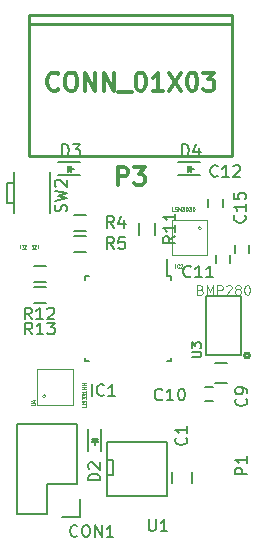
<source format=gto>
G04 #@! TF.FileFunction,Legend,Top*
%FSLAX46Y46*%
G04 Gerber Fmt 4.6, Leading zero omitted, Abs format (unit mm)*
G04 Created by KiCad (PCBNEW 4.0.1-stable) date Monday, February 15, 2016 'PMt' 09:43:10 PM*
%MOMM*%
G01*
G04 APERTURE LIST*
%ADD10C,0.100000*%
%ADD11C,0.150000*%
%ADD12C,0.254000*%
%ADD13C,0.250000*%
%ADD14C,0.050000*%
%ADD15C,0.304800*%
%ADD16C,0.066040*%
G04 APERTURE END LIST*
D10*
D11*
X124460000Y-94234000D02*
X129540000Y-94234000D01*
X129540000Y-94234000D02*
X129540000Y-98806000D01*
X129540000Y-98806000D02*
X124460000Y-98806000D01*
X124460000Y-98806000D02*
X124460000Y-94234000D01*
X124460000Y-95758000D02*
X124968000Y-95758000D01*
X124968000Y-95758000D02*
X124968000Y-97028000D01*
X124968000Y-97028000D02*
X124460000Y-97028000D01*
X129863000Y-80195000D02*
X129538000Y-80195000D01*
X129863000Y-87445000D02*
X129538000Y-87445000D01*
X122613000Y-87445000D02*
X122938000Y-87445000D01*
X122613000Y-80195000D02*
X122938000Y-80195000D01*
X129863000Y-80195000D02*
X129863000Y-80520000D01*
X122613000Y-80195000D02*
X122613000Y-80520000D01*
X122613000Y-87445000D02*
X122613000Y-87120000D01*
X129863000Y-87445000D02*
X129863000Y-87120000D01*
X129538000Y-80195000D02*
X129538000Y-78770000D01*
D12*
X135092440Y-58072020D02*
X117891560Y-58072020D01*
X117891560Y-58872120D02*
X135092440Y-58872120D01*
X117891560Y-70070980D02*
X135092440Y-70070980D01*
X117891560Y-70070980D02*
X117891560Y-58072020D01*
X135092440Y-70070980D02*
X135092440Y-58072020D01*
D11*
X121674000Y-75017000D02*
X122674000Y-75017000D01*
X122674000Y-76367000D02*
X121674000Y-76367000D01*
X121674000Y-76795000D02*
X122674000Y-76795000D01*
X122674000Y-78145000D02*
X121674000Y-78145000D01*
X135823000Y-86940000D02*
X135823000Y-81940000D01*
X135823000Y-81940000D02*
X132823000Y-81940000D01*
X132823000Y-81940000D02*
X132823000Y-86940000D01*
X132823000Y-86940000D02*
X135823000Y-86940000D01*
D13*
X136535132Y-86940000D02*
G75*
G03X136535132Y-86940000I-212132J0D01*
G01*
D11*
X116560000Y-74002000D02*
X116010000Y-74002000D01*
X116010000Y-74002000D02*
X116010000Y-72302000D01*
X116010000Y-72302000D02*
X116560000Y-72302000D01*
X119660000Y-71402000D02*
X119660000Y-74902000D01*
X116560000Y-74902000D02*
X116560000Y-71402000D01*
D14*
X119319921Y-90398500D02*
G75*
G03X119319921Y-90398500I-141421J0D01*
G01*
X118578500Y-91098500D02*
X118578500Y-88098500D01*
X118578500Y-88098500D02*
X121578500Y-88098500D01*
X121578500Y-88098500D02*
X121578500Y-91098500D01*
X121578500Y-91098500D02*
X118578500Y-91098500D01*
D10*
X118126000Y-77894000D02*
X118426000Y-77894000D01*
X117276000Y-77884000D02*
X117576000Y-77884000D01*
X118126000Y-77574000D02*
X118426000Y-77574000D01*
X118276000Y-77894000D02*
X118126000Y-77574000D01*
X118276000Y-77894000D02*
X118426000Y-77574000D01*
X117276000Y-77564000D02*
X117576000Y-77564000D01*
X117426000Y-77874000D02*
X117276000Y-77564000D01*
X117576000Y-77564000D02*
X117426000Y-77884000D01*
X117106000Y-77874000D02*
X117106000Y-77574000D01*
X118606000Y-77874000D02*
X118606000Y-77574000D01*
D11*
X127214000Y-76700000D02*
X127214000Y-75700000D01*
X128564000Y-75700000D02*
X128564000Y-76700000D01*
X119288000Y-80685000D02*
X118288000Y-80685000D01*
X118288000Y-79335000D02*
X119288000Y-79335000D01*
X119288000Y-82463000D02*
X118288000Y-82463000D01*
X118288000Y-81113000D02*
X119288000Y-81113000D01*
X122894000Y-93146700D02*
X122894000Y-95046700D01*
X123994000Y-93146700D02*
X123994000Y-95046700D01*
X123444000Y-94046700D02*
X123444000Y-94496700D01*
X123694000Y-93996700D02*
X123194000Y-93996700D01*
X123444000Y-93996700D02*
X123694000Y-94246700D01*
X123694000Y-94246700D02*
X123194000Y-94246700D01*
X123194000Y-94246700D02*
X123444000Y-93996700D01*
X121920000Y-97790000D02*
X121920000Y-92710000D01*
X122200000Y-100610000D02*
X120650000Y-100610000D01*
X119380000Y-100330000D02*
X119380000Y-97790000D01*
X119380000Y-97790000D02*
X121920000Y-97790000D01*
X121920000Y-92710000D02*
X116840000Y-92710000D01*
X116840000Y-92710000D02*
X116840000Y-97790000D01*
X122200000Y-100610000D02*
X122200000Y-99060000D01*
X116840000Y-100330000D02*
X119380000Y-100330000D01*
X116840000Y-97790000D02*
X116840000Y-100330000D01*
X134632000Y-87542000D02*
X133632000Y-87542000D01*
X133632000Y-89242000D02*
X134632000Y-89242000D01*
X132746000Y-89570000D02*
X133446000Y-89570000D01*
X133446000Y-90770000D02*
X132746000Y-90770000D01*
X134902500Y-78448500D02*
X134902500Y-79148500D01*
X133702500Y-79148500D02*
X133702500Y-78448500D01*
X134267500Y-73691000D02*
X134267500Y-74391000D01*
X133067500Y-74391000D02*
X133067500Y-73691000D01*
X135290000Y-78264500D02*
X135290000Y-77564500D01*
X136490000Y-77564500D02*
X136490000Y-78264500D01*
D14*
X132486421Y-76162000D02*
G75*
G03X132486421Y-76162000I-141421J0D01*
G01*
X132945000Y-75462000D02*
X132945000Y-78462000D01*
X132945000Y-78462000D02*
X129945000Y-78462000D01*
X129945000Y-78462000D02*
X129945000Y-75462000D01*
X129945000Y-75462000D02*
X132945000Y-75462000D01*
D11*
X129960000Y-96762000D02*
X129960000Y-97762000D01*
X131660000Y-97762000D02*
X131660000Y-96762000D01*
X120324700Y-71670000D02*
X122224700Y-71670000D01*
X120324700Y-70570000D02*
X122224700Y-70570000D01*
X121224700Y-71120000D02*
X121674700Y-71120000D01*
X121174700Y-70870000D02*
X121174700Y-71370000D01*
X121174700Y-71120000D02*
X121424700Y-70870000D01*
X121424700Y-70870000D02*
X121424700Y-71370000D01*
X121424700Y-71370000D02*
X121174700Y-71120000D01*
X130484700Y-71670000D02*
X132384700Y-71670000D01*
X130484700Y-70570000D02*
X132384700Y-70570000D01*
X131384700Y-71120000D02*
X131834700Y-71120000D01*
X131334700Y-70870000D02*
X131334700Y-71370000D01*
X131334700Y-71120000D02*
X131584700Y-70870000D01*
X131584700Y-70870000D02*
X131584700Y-71370000D01*
X131584700Y-71370000D02*
X131334700Y-71120000D01*
X136342381Y-97004095D02*
X135342381Y-97004095D01*
X135342381Y-96623142D01*
X135390000Y-96527904D01*
X135437619Y-96480285D01*
X135532857Y-96432666D01*
X135675714Y-96432666D01*
X135770952Y-96480285D01*
X135818571Y-96527904D01*
X135866190Y-96623142D01*
X135866190Y-97004095D01*
X136342381Y-95480285D02*
X136342381Y-96051714D01*
X136342381Y-95766000D02*
X135342381Y-95766000D01*
X135485238Y-95861238D01*
X135580476Y-95956476D01*
X135628095Y-96051714D01*
X128016095Y-100798381D02*
X128016095Y-101607905D01*
X128063714Y-101703143D01*
X128111333Y-101750762D01*
X128206571Y-101798381D01*
X128397048Y-101798381D01*
X128492286Y-101750762D01*
X128539905Y-101703143D01*
X128587524Y-101607905D01*
X128587524Y-100798381D01*
X129587524Y-101798381D02*
X129016095Y-101798381D01*
X129301809Y-101798381D02*
X129301809Y-100798381D01*
X129206571Y-100941238D01*
X129111333Y-101036476D01*
X129016095Y-101084095D01*
X123166310Y-90368381D02*
X123166310Y-89368381D01*
X124213929Y-90273143D02*
X124166310Y-90320762D01*
X124023453Y-90368381D01*
X123928215Y-90368381D01*
X123785357Y-90320762D01*
X123690119Y-90225524D01*
X123642500Y-90130286D01*
X123594881Y-89939810D01*
X123594881Y-89796952D01*
X123642500Y-89606476D01*
X123690119Y-89511238D01*
X123785357Y-89416000D01*
X123928215Y-89368381D01*
X124023453Y-89368381D01*
X124166310Y-89416000D01*
X124213929Y-89463619D01*
X125166310Y-90368381D02*
X124594881Y-90368381D01*
X124880595Y-90368381D02*
X124880595Y-89368381D01*
X124785357Y-89511238D01*
X124690119Y-89606476D01*
X124594881Y-89654095D01*
D15*
X125367143Y-72510469D02*
X125367143Y-70986469D01*
X125947715Y-70986469D01*
X126092857Y-71059040D01*
X126165429Y-71131611D01*
X126238000Y-71276754D01*
X126238000Y-71494469D01*
X126165429Y-71639611D01*
X126092857Y-71712183D01*
X125947715Y-71784754D01*
X125367143Y-71784754D01*
X126746000Y-70986469D02*
X127689429Y-70986469D01*
X127181429Y-71567040D01*
X127399143Y-71567040D01*
X127544286Y-71639611D01*
X127616857Y-71712183D01*
X127689429Y-71857326D01*
X127689429Y-72220183D01*
X127616857Y-72365326D01*
X127544286Y-72437897D01*
X127399143Y-72510469D01*
X126963715Y-72510469D01*
X126818572Y-72437897D01*
X126746000Y-72365326D01*
X120359714Y-64366866D02*
X120287143Y-64439437D01*
X120069429Y-64512009D01*
X119924286Y-64512009D01*
X119706571Y-64439437D01*
X119561429Y-64294294D01*
X119488857Y-64149151D01*
X119416286Y-63858866D01*
X119416286Y-63641151D01*
X119488857Y-63350866D01*
X119561429Y-63205723D01*
X119706571Y-63060580D01*
X119924286Y-62988009D01*
X120069429Y-62988009D01*
X120287143Y-63060580D01*
X120359714Y-63133151D01*
X121303143Y-62988009D02*
X121593429Y-62988009D01*
X121738571Y-63060580D01*
X121883714Y-63205723D01*
X121956286Y-63496009D01*
X121956286Y-64004009D01*
X121883714Y-64294294D01*
X121738571Y-64439437D01*
X121593429Y-64512009D01*
X121303143Y-64512009D01*
X121158000Y-64439437D01*
X121012857Y-64294294D01*
X120940286Y-64004009D01*
X120940286Y-63496009D01*
X121012857Y-63205723D01*
X121158000Y-63060580D01*
X121303143Y-62988009D01*
X122609428Y-64512009D02*
X122609428Y-62988009D01*
X123480285Y-64512009D01*
X123480285Y-62988009D01*
X124205999Y-64512009D02*
X124205999Y-62988009D01*
X125076856Y-64512009D01*
X125076856Y-62988009D01*
X125439713Y-64657151D02*
X126600856Y-64657151D01*
X127253999Y-62988009D02*
X127399142Y-62988009D01*
X127544285Y-63060580D01*
X127616856Y-63133151D01*
X127689427Y-63278294D01*
X127761999Y-63568580D01*
X127761999Y-63931437D01*
X127689427Y-64221723D01*
X127616856Y-64366866D01*
X127544285Y-64439437D01*
X127399142Y-64512009D01*
X127253999Y-64512009D01*
X127108856Y-64439437D01*
X127036285Y-64366866D01*
X126963713Y-64221723D01*
X126891142Y-63931437D01*
X126891142Y-63568580D01*
X126963713Y-63278294D01*
X127036285Y-63133151D01*
X127108856Y-63060580D01*
X127253999Y-62988009D01*
X129213428Y-64512009D02*
X128342571Y-64512009D01*
X128777999Y-64512009D02*
X128777999Y-62988009D01*
X128632856Y-63205723D01*
X128487714Y-63350866D01*
X128342571Y-63423437D01*
X129721428Y-62988009D02*
X130737428Y-64512009D01*
X130737428Y-62988009D02*
X129721428Y-64512009D01*
X131608286Y-62988009D02*
X131753429Y-62988009D01*
X131898572Y-63060580D01*
X131971143Y-63133151D01*
X132043714Y-63278294D01*
X132116286Y-63568580D01*
X132116286Y-63931437D01*
X132043714Y-64221723D01*
X131971143Y-64366866D01*
X131898572Y-64439437D01*
X131753429Y-64512009D01*
X131608286Y-64512009D01*
X131463143Y-64439437D01*
X131390572Y-64366866D01*
X131318000Y-64221723D01*
X131245429Y-63931437D01*
X131245429Y-63568580D01*
X131318000Y-63278294D01*
X131390572Y-63133151D01*
X131463143Y-63060580D01*
X131608286Y-62988009D01*
X132624286Y-62988009D02*
X133567715Y-62988009D01*
X133059715Y-63568580D01*
X133277429Y-63568580D01*
X133422572Y-63641151D01*
X133495143Y-63713723D01*
X133567715Y-63858866D01*
X133567715Y-64221723D01*
X133495143Y-64366866D01*
X133422572Y-64439437D01*
X133277429Y-64512009D01*
X132842001Y-64512009D01*
X132696858Y-64439437D01*
X132624286Y-64366866D01*
D11*
X125055334Y-76144381D02*
X124722000Y-75668190D01*
X124483905Y-76144381D02*
X124483905Y-75144381D01*
X124864858Y-75144381D01*
X124960096Y-75192000D01*
X125007715Y-75239619D01*
X125055334Y-75334857D01*
X125055334Y-75477714D01*
X125007715Y-75572952D01*
X124960096Y-75620571D01*
X124864858Y-75668190D01*
X124483905Y-75668190D01*
X125912477Y-75477714D02*
X125912477Y-76144381D01*
X125674381Y-75096762D02*
X125436286Y-75811048D01*
X126055334Y-75811048D01*
X125055334Y-77922381D02*
X124722000Y-77446190D01*
X124483905Y-77922381D02*
X124483905Y-76922381D01*
X124864858Y-76922381D01*
X124960096Y-76970000D01*
X125007715Y-77017619D01*
X125055334Y-77112857D01*
X125055334Y-77255714D01*
X125007715Y-77350952D01*
X124960096Y-77398571D01*
X124864858Y-77446190D01*
X124483905Y-77446190D01*
X125960096Y-76922381D02*
X125483905Y-76922381D01*
X125436286Y-77398571D01*
X125483905Y-77350952D01*
X125579143Y-77303333D01*
X125817239Y-77303333D01*
X125912477Y-77350952D01*
X125960096Y-77398571D01*
X126007715Y-77493810D01*
X126007715Y-77731905D01*
X125960096Y-77827143D01*
X125912477Y-77874762D01*
X125817239Y-77922381D01*
X125579143Y-77922381D01*
X125483905Y-77874762D01*
X125436286Y-77827143D01*
X131641905Y-87096524D02*
X132289524Y-87096524D01*
X132365714Y-87058429D01*
X132403810Y-87020333D01*
X132441905Y-86944143D01*
X132441905Y-86791762D01*
X132403810Y-86715571D01*
X132365714Y-86677476D01*
X132289524Y-86639381D01*
X131641905Y-86639381D01*
X131641905Y-86334619D02*
X131641905Y-85839381D01*
X131946667Y-86106048D01*
X131946667Y-85991762D01*
X131984762Y-85915572D01*
X132022857Y-85877476D01*
X132099048Y-85839381D01*
X132289524Y-85839381D01*
X132365714Y-85877476D01*
X132403810Y-85915572D01*
X132441905Y-85991762D01*
X132441905Y-86220334D01*
X132403810Y-86296524D01*
X132365714Y-86334619D01*
D10*
X132380143Y-81382857D02*
X132494429Y-81420952D01*
X132532524Y-81459048D01*
X132570619Y-81535238D01*
X132570619Y-81649524D01*
X132532524Y-81725714D01*
X132494429Y-81763810D01*
X132418238Y-81801905D01*
X132113476Y-81801905D01*
X132113476Y-81001905D01*
X132380143Y-81001905D01*
X132456333Y-81040000D01*
X132494429Y-81078095D01*
X132532524Y-81154286D01*
X132532524Y-81230476D01*
X132494429Y-81306667D01*
X132456333Y-81344762D01*
X132380143Y-81382857D01*
X132113476Y-81382857D01*
X132913476Y-81801905D02*
X132913476Y-81001905D01*
X133180143Y-81573333D01*
X133446810Y-81001905D01*
X133446810Y-81801905D01*
X133827762Y-81801905D02*
X133827762Y-81001905D01*
X134132524Y-81001905D01*
X134208715Y-81040000D01*
X134246810Y-81078095D01*
X134284905Y-81154286D01*
X134284905Y-81268571D01*
X134246810Y-81344762D01*
X134208715Y-81382857D01*
X134132524Y-81420952D01*
X133827762Y-81420952D01*
X134589667Y-81078095D02*
X134627762Y-81040000D01*
X134703953Y-81001905D01*
X134894429Y-81001905D01*
X134970619Y-81040000D01*
X135008715Y-81078095D01*
X135046810Y-81154286D01*
X135046810Y-81230476D01*
X135008715Y-81344762D01*
X134551572Y-81801905D01*
X135046810Y-81801905D01*
X135503953Y-81344762D02*
X135427762Y-81306667D01*
X135389667Y-81268571D01*
X135351572Y-81192381D01*
X135351572Y-81154286D01*
X135389667Y-81078095D01*
X135427762Y-81040000D01*
X135503953Y-81001905D01*
X135656334Y-81001905D01*
X135732524Y-81040000D01*
X135770620Y-81078095D01*
X135808715Y-81154286D01*
X135808715Y-81192381D01*
X135770620Y-81268571D01*
X135732524Y-81306667D01*
X135656334Y-81344762D01*
X135503953Y-81344762D01*
X135427762Y-81382857D01*
X135389667Y-81420952D01*
X135351572Y-81497143D01*
X135351572Y-81649524D01*
X135389667Y-81725714D01*
X135427762Y-81763810D01*
X135503953Y-81801905D01*
X135656334Y-81801905D01*
X135732524Y-81763810D01*
X135770620Y-81725714D01*
X135808715Y-81649524D01*
X135808715Y-81497143D01*
X135770620Y-81420952D01*
X135732524Y-81382857D01*
X135656334Y-81344762D01*
X136303953Y-81001905D02*
X136380144Y-81001905D01*
X136456334Y-81040000D01*
X136494429Y-81078095D01*
X136532525Y-81154286D01*
X136570620Y-81306667D01*
X136570620Y-81497143D01*
X136532525Y-81649524D01*
X136494429Y-81725714D01*
X136456334Y-81763810D01*
X136380144Y-81801905D01*
X136303953Y-81801905D01*
X136227763Y-81763810D01*
X136189667Y-81725714D01*
X136151572Y-81649524D01*
X136113477Y-81497143D01*
X136113477Y-81306667D01*
X136151572Y-81154286D01*
X136189667Y-81078095D01*
X136227763Y-81040000D01*
X136303953Y-81001905D01*
D11*
X121014762Y-74739333D02*
X121062381Y-74596476D01*
X121062381Y-74358380D01*
X121014762Y-74263142D01*
X120967143Y-74215523D01*
X120871905Y-74167904D01*
X120776667Y-74167904D01*
X120681429Y-74215523D01*
X120633810Y-74263142D01*
X120586190Y-74358380D01*
X120538571Y-74548857D01*
X120490952Y-74644095D01*
X120443333Y-74691714D01*
X120348095Y-74739333D01*
X120252857Y-74739333D01*
X120157619Y-74691714D01*
X120110000Y-74644095D01*
X120062381Y-74548857D01*
X120062381Y-74310761D01*
X120110000Y-74167904D01*
X120062381Y-73834571D02*
X121062381Y-73596476D01*
X120348095Y-73405999D01*
X121062381Y-73215523D01*
X120062381Y-72977428D01*
X120157619Y-72644095D02*
X120110000Y-72596476D01*
X120062381Y-72501238D01*
X120062381Y-72263142D01*
X120110000Y-72167904D01*
X120157619Y-72120285D01*
X120252857Y-72072666D01*
X120348095Y-72072666D01*
X120490952Y-72120285D01*
X121062381Y-72691714D01*
X121062381Y-72072666D01*
D16*
X118072868Y-91160358D02*
X118315498Y-91160358D01*
X118344043Y-91146086D01*
X118358315Y-91131813D01*
X118372588Y-91103269D01*
X118372588Y-91046179D01*
X118358315Y-91017634D01*
X118344043Y-91003362D01*
X118315498Y-90989090D01*
X118072868Y-90989090D01*
X118172774Y-90717915D02*
X118372588Y-90717915D01*
X118058595Y-90789277D02*
X118272681Y-90860638D01*
X118272681Y-90675098D01*
X122690588Y-91160479D02*
X122690588Y-91303203D01*
X122390868Y-91303203D01*
X122690588Y-91060573D02*
X122390868Y-91060573D01*
X122676315Y-90932121D02*
X122690588Y-90889304D01*
X122690588Y-90817942D01*
X122676315Y-90789398D01*
X122662043Y-90775125D01*
X122633498Y-90760853D01*
X122604953Y-90760853D01*
X122576409Y-90775125D01*
X122562136Y-90789398D01*
X122547864Y-90817942D01*
X122533591Y-90875032D01*
X122519319Y-90903577D01*
X122505047Y-90917849D01*
X122476502Y-90932121D01*
X122447957Y-90932121D01*
X122419412Y-90917849D01*
X122405140Y-90903577D01*
X122390868Y-90875032D01*
X122390868Y-90803670D01*
X122405140Y-90760853D01*
X122390868Y-90660946D02*
X122390868Y-90475405D01*
X122505047Y-90575312D01*
X122505047Y-90532494D01*
X122519319Y-90503950D01*
X122533591Y-90489677D01*
X122562136Y-90475405D01*
X122633498Y-90475405D01*
X122662043Y-90489677D01*
X122676315Y-90503950D01*
X122690588Y-90532494D01*
X122690588Y-90618129D01*
X122676315Y-90646673D01*
X122662043Y-90660946D01*
X122390868Y-90375498D02*
X122390868Y-90189957D01*
X122505047Y-90289864D01*
X122505047Y-90247046D01*
X122519319Y-90218502D01*
X122533591Y-90204229D01*
X122562136Y-90189957D01*
X122633498Y-90189957D01*
X122662043Y-90204229D01*
X122676315Y-90218502D01*
X122690588Y-90247046D01*
X122690588Y-90332681D01*
X122676315Y-90361225D01*
X122662043Y-90375498D01*
X122690588Y-89904509D02*
X122690588Y-90075777D01*
X122690588Y-89990143D02*
X122390868Y-89990143D01*
X122433685Y-90018688D01*
X122462230Y-90047233D01*
X122476502Y-90075777D01*
X122690588Y-89776057D02*
X122390868Y-89776057D01*
X122533591Y-89776057D02*
X122533591Y-89604789D01*
X122690588Y-89604789D02*
X122390868Y-89604789D01*
X122690588Y-89462065D02*
X122390868Y-89462065D01*
X122533591Y-89462065D02*
X122533591Y-89290797D01*
X122690588Y-89290797D02*
X122390868Y-89290797D01*
D11*
X130241381Y-76842857D02*
X129765190Y-77176191D01*
X130241381Y-77414286D02*
X129241381Y-77414286D01*
X129241381Y-77033333D01*
X129289000Y-76938095D01*
X129336619Y-76890476D01*
X129431857Y-76842857D01*
X129574714Y-76842857D01*
X129669952Y-76890476D01*
X129717571Y-76938095D01*
X129765190Y-77033333D01*
X129765190Y-77414286D01*
X130241381Y-75890476D02*
X130241381Y-76461905D01*
X130241381Y-76176191D02*
X129241381Y-76176191D01*
X129384238Y-76271429D01*
X129479476Y-76366667D01*
X129527095Y-76461905D01*
X130241381Y-74938095D02*
X130241381Y-75509524D01*
X130241381Y-75223810D02*
X129241381Y-75223810D01*
X129384238Y-75319048D01*
X129479476Y-75414286D01*
X129527095Y-75509524D01*
X118102143Y-83891381D02*
X117768809Y-83415190D01*
X117530714Y-83891381D02*
X117530714Y-82891381D01*
X117911667Y-82891381D01*
X118006905Y-82939000D01*
X118054524Y-82986619D01*
X118102143Y-83081857D01*
X118102143Y-83224714D01*
X118054524Y-83319952D01*
X118006905Y-83367571D01*
X117911667Y-83415190D01*
X117530714Y-83415190D01*
X119054524Y-83891381D02*
X118483095Y-83891381D01*
X118768809Y-83891381D02*
X118768809Y-82891381D01*
X118673571Y-83034238D01*
X118578333Y-83129476D01*
X118483095Y-83177095D01*
X119435476Y-82986619D02*
X119483095Y-82939000D01*
X119578333Y-82891381D01*
X119816429Y-82891381D01*
X119911667Y-82939000D01*
X119959286Y-82986619D01*
X120006905Y-83081857D01*
X120006905Y-83177095D01*
X119959286Y-83319952D01*
X119387857Y-83891381D01*
X120006905Y-83891381D01*
X118145143Y-85161381D02*
X117811809Y-84685190D01*
X117573714Y-85161381D02*
X117573714Y-84161381D01*
X117954667Y-84161381D01*
X118049905Y-84209000D01*
X118097524Y-84256619D01*
X118145143Y-84351857D01*
X118145143Y-84494714D01*
X118097524Y-84589952D01*
X118049905Y-84637571D01*
X117954667Y-84685190D01*
X117573714Y-84685190D01*
X119097524Y-85161381D02*
X118526095Y-85161381D01*
X118811809Y-85161381D02*
X118811809Y-84161381D01*
X118716571Y-84304238D01*
X118621333Y-84399476D01*
X118526095Y-84447095D01*
X119430857Y-84161381D02*
X120049905Y-84161381D01*
X119716571Y-84542333D01*
X119859429Y-84542333D01*
X119954667Y-84589952D01*
X120002286Y-84637571D01*
X120049905Y-84732810D01*
X120049905Y-84970905D01*
X120002286Y-85066143D01*
X119954667Y-85113762D01*
X119859429Y-85161381D01*
X119573714Y-85161381D01*
X119478476Y-85113762D01*
X119430857Y-85066143D01*
X123896381Y-97512095D02*
X122896381Y-97512095D01*
X122896381Y-97274000D01*
X122944000Y-97131142D01*
X123039238Y-97035904D01*
X123134476Y-96988285D01*
X123324952Y-96940666D01*
X123467810Y-96940666D01*
X123658286Y-96988285D01*
X123753524Y-97035904D01*
X123848762Y-97131142D01*
X123896381Y-97274000D01*
X123896381Y-97512095D01*
X122991619Y-96559714D02*
X122944000Y-96512095D01*
X122896381Y-96416857D01*
X122896381Y-96178761D01*
X122944000Y-96083523D01*
X122991619Y-96035904D01*
X123086857Y-95988285D01*
X123182095Y-95988285D01*
X123324952Y-96035904D01*
X123896381Y-96607333D01*
X123896381Y-95988285D01*
X121975715Y-102211143D02*
X121928096Y-102258762D01*
X121785239Y-102306381D01*
X121690001Y-102306381D01*
X121547143Y-102258762D01*
X121451905Y-102163524D01*
X121404286Y-102068286D01*
X121356667Y-101877810D01*
X121356667Y-101734952D01*
X121404286Y-101544476D01*
X121451905Y-101449238D01*
X121547143Y-101354000D01*
X121690001Y-101306381D01*
X121785239Y-101306381D01*
X121928096Y-101354000D01*
X121975715Y-101401619D01*
X122594762Y-101306381D02*
X122785239Y-101306381D01*
X122880477Y-101354000D01*
X122975715Y-101449238D01*
X123023334Y-101639714D01*
X123023334Y-101973048D01*
X122975715Y-102163524D01*
X122880477Y-102258762D01*
X122785239Y-102306381D01*
X122594762Y-102306381D01*
X122499524Y-102258762D01*
X122404286Y-102163524D01*
X122356667Y-101973048D01*
X122356667Y-101639714D01*
X122404286Y-101449238D01*
X122499524Y-101354000D01*
X122594762Y-101306381D01*
X123451905Y-102306381D02*
X123451905Y-101306381D01*
X124023334Y-102306381D01*
X124023334Y-101306381D01*
X125023334Y-102306381D02*
X124451905Y-102306381D01*
X124737619Y-102306381D02*
X124737619Y-101306381D01*
X124642381Y-101449238D01*
X124547143Y-101544476D01*
X124451905Y-101592095D01*
X136247143Y-90590666D02*
X136294762Y-90638285D01*
X136342381Y-90781142D01*
X136342381Y-90876380D01*
X136294762Y-91019238D01*
X136199524Y-91114476D01*
X136104286Y-91162095D01*
X135913810Y-91209714D01*
X135770952Y-91209714D01*
X135580476Y-91162095D01*
X135485238Y-91114476D01*
X135390000Y-91019238D01*
X135342381Y-90876380D01*
X135342381Y-90781142D01*
X135390000Y-90638285D01*
X135437619Y-90590666D01*
X136342381Y-90114476D02*
X136342381Y-89924000D01*
X136294762Y-89828761D01*
X136247143Y-89781142D01*
X136104286Y-89685904D01*
X135913810Y-89638285D01*
X135532857Y-89638285D01*
X135437619Y-89685904D01*
X135390000Y-89733523D01*
X135342381Y-89828761D01*
X135342381Y-90019238D01*
X135390000Y-90114476D01*
X135437619Y-90162095D01*
X135532857Y-90209714D01*
X135770952Y-90209714D01*
X135866190Y-90162095D01*
X135913810Y-90114476D01*
X135961429Y-90019238D01*
X135961429Y-89828761D01*
X135913810Y-89733523D01*
X135866190Y-89685904D01*
X135770952Y-89638285D01*
X129151143Y-90654143D02*
X129103524Y-90701762D01*
X128960667Y-90749381D01*
X128865429Y-90749381D01*
X128722571Y-90701762D01*
X128627333Y-90606524D01*
X128579714Y-90511286D01*
X128532095Y-90320810D01*
X128532095Y-90177952D01*
X128579714Y-89987476D01*
X128627333Y-89892238D01*
X128722571Y-89797000D01*
X128865429Y-89749381D01*
X128960667Y-89749381D01*
X129103524Y-89797000D01*
X129151143Y-89844619D01*
X130103524Y-90749381D02*
X129532095Y-90749381D01*
X129817809Y-90749381D02*
X129817809Y-89749381D01*
X129722571Y-89892238D01*
X129627333Y-89987476D01*
X129532095Y-90035095D01*
X130722571Y-89749381D02*
X130817810Y-89749381D01*
X130913048Y-89797000D01*
X130960667Y-89844619D01*
X131008286Y-89939857D01*
X131055905Y-90130333D01*
X131055905Y-90368429D01*
X131008286Y-90558905D01*
X130960667Y-90654143D01*
X130913048Y-90701762D01*
X130817810Y-90749381D01*
X130722571Y-90749381D01*
X130627333Y-90701762D01*
X130579714Y-90654143D01*
X130532095Y-90558905D01*
X130484476Y-90368429D01*
X130484476Y-90130333D01*
X130532095Y-89939857D01*
X130579714Y-89844619D01*
X130627333Y-89797000D01*
X130722571Y-89749381D01*
X131564143Y-80240143D02*
X131516524Y-80287762D01*
X131373667Y-80335381D01*
X131278429Y-80335381D01*
X131135571Y-80287762D01*
X131040333Y-80192524D01*
X130992714Y-80097286D01*
X130945095Y-79906810D01*
X130945095Y-79763952D01*
X130992714Y-79573476D01*
X131040333Y-79478238D01*
X131135571Y-79383000D01*
X131278429Y-79335381D01*
X131373667Y-79335381D01*
X131516524Y-79383000D01*
X131564143Y-79430619D01*
X132516524Y-80335381D02*
X131945095Y-80335381D01*
X132230809Y-80335381D02*
X132230809Y-79335381D01*
X132135571Y-79478238D01*
X132040333Y-79573476D01*
X131945095Y-79621095D01*
X133468905Y-80335381D02*
X132897476Y-80335381D01*
X133183190Y-80335381D02*
X133183190Y-79335381D01*
X133087952Y-79478238D01*
X132992714Y-79573476D01*
X132897476Y-79621095D01*
X133850143Y-71731143D02*
X133802524Y-71778762D01*
X133659667Y-71826381D01*
X133564429Y-71826381D01*
X133421571Y-71778762D01*
X133326333Y-71683524D01*
X133278714Y-71588286D01*
X133231095Y-71397810D01*
X133231095Y-71254952D01*
X133278714Y-71064476D01*
X133326333Y-70969238D01*
X133421571Y-70874000D01*
X133564429Y-70826381D01*
X133659667Y-70826381D01*
X133802524Y-70874000D01*
X133850143Y-70921619D01*
X134802524Y-71826381D02*
X134231095Y-71826381D01*
X134516809Y-71826381D02*
X134516809Y-70826381D01*
X134421571Y-70969238D01*
X134326333Y-71064476D01*
X134231095Y-71112095D01*
X135183476Y-70921619D02*
X135231095Y-70874000D01*
X135326333Y-70826381D01*
X135564429Y-70826381D01*
X135659667Y-70874000D01*
X135707286Y-70921619D01*
X135754905Y-71016857D01*
X135754905Y-71112095D01*
X135707286Y-71254952D01*
X135135857Y-71826381D01*
X135754905Y-71826381D01*
X136120143Y-75064857D02*
X136167762Y-75112476D01*
X136215381Y-75255333D01*
X136215381Y-75350571D01*
X136167762Y-75493429D01*
X136072524Y-75588667D01*
X135977286Y-75636286D01*
X135786810Y-75683905D01*
X135643952Y-75683905D01*
X135453476Y-75636286D01*
X135358238Y-75588667D01*
X135263000Y-75493429D01*
X135215381Y-75350571D01*
X135215381Y-75255333D01*
X135263000Y-75112476D01*
X135310619Y-75064857D01*
X136215381Y-74112476D02*
X136215381Y-74683905D01*
X136215381Y-74398191D02*
X135215381Y-74398191D01*
X135358238Y-74493429D01*
X135453476Y-74588667D01*
X135501095Y-74683905D01*
X135215381Y-73207714D02*
X135215381Y-73683905D01*
X135691571Y-73731524D01*
X135643952Y-73683905D01*
X135596333Y-73588667D01*
X135596333Y-73350571D01*
X135643952Y-73255333D01*
X135691571Y-73207714D01*
X135786810Y-73160095D01*
X136024905Y-73160095D01*
X136120143Y-73207714D01*
X136167762Y-73255333D01*
X136215381Y-73350571D01*
X136215381Y-73588667D01*
X136167762Y-73683905D01*
X136120143Y-73731524D01*
D16*
X130263416Y-79510588D02*
X130263416Y-79210868D01*
X130577408Y-79482043D02*
X130563136Y-79496315D01*
X130520319Y-79510588D01*
X130491774Y-79510588D01*
X130448957Y-79496315D01*
X130420412Y-79467770D01*
X130406140Y-79439226D01*
X130391868Y-79382136D01*
X130391868Y-79339319D01*
X130406140Y-79282230D01*
X130420412Y-79253685D01*
X130448957Y-79225140D01*
X130491774Y-79210868D01*
X130520319Y-79210868D01*
X130563136Y-79225140D01*
X130577408Y-79239412D01*
X130691588Y-79239412D02*
X130705860Y-79225140D01*
X130734405Y-79210868D01*
X130805767Y-79210868D01*
X130834311Y-79225140D01*
X130848584Y-79239412D01*
X130862856Y-79267957D01*
X130862856Y-79296502D01*
X130848584Y-79339319D01*
X130677315Y-79510588D01*
X130862856Y-79510588D01*
X130137747Y-74684588D02*
X129995023Y-74684588D01*
X129995023Y-74384868D01*
X130223381Y-74670315D02*
X130266198Y-74684588D01*
X130337560Y-74684588D01*
X130366104Y-74670315D01*
X130380377Y-74656043D01*
X130394649Y-74627498D01*
X130394649Y-74598953D01*
X130380377Y-74570409D01*
X130366104Y-74556136D01*
X130337560Y-74541864D01*
X130280470Y-74527591D01*
X130251925Y-74513319D01*
X130237653Y-74499047D01*
X130223381Y-74470502D01*
X130223381Y-74441957D01*
X130237653Y-74413412D01*
X130251925Y-74399140D01*
X130280470Y-74384868D01*
X130351832Y-74384868D01*
X130394649Y-74399140D01*
X130523101Y-74684588D02*
X130523101Y-74384868D01*
X130623008Y-74598953D01*
X130722914Y-74384868D01*
X130722914Y-74684588D01*
X130837093Y-74384868D02*
X131022634Y-74384868D01*
X130922727Y-74499047D01*
X130965545Y-74499047D01*
X130994089Y-74513319D01*
X131008362Y-74527591D01*
X131022634Y-74556136D01*
X131022634Y-74627498D01*
X131008362Y-74656043D01*
X130994089Y-74670315D01*
X130965545Y-74684588D01*
X130879910Y-74684588D01*
X130851366Y-74670315D01*
X130837093Y-74656043D01*
X131208175Y-74384868D02*
X131236720Y-74384868D01*
X131265265Y-74399140D01*
X131279537Y-74413412D01*
X131293810Y-74441957D01*
X131308082Y-74499047D01*
X131308082Y-74570409D01*
X131293810Y-74627498D01*
X131279537Y-74656043D01*
X131265265Y-74670315D01*
X131236720Y-74684588D01*
X131208175Y-74684588D01*
X131179631Y-74670315D01*
X131165358Y-74656043D01*
X131151086Y-74627498D01*
X131136814Y-74570409D01*
X131136814Y-74499047D01*
X131151086Y-74441957D01*
X131165358Y-74413412D01*
X131179631Y-74399140D01*
X131208175Y-74384868D01*
X131407989Y-74384868D02*
X131593530Y-74384868D01*
X131493623Y-74499047D01*
X131536441Y-74499047D01*
X131564985Y-74513319D01*
X131579258Y-74527591D01*
X131593530Y-74556136D01*
X131593530Y-74627498D01*
X131579258Y-74656043D01*
X131564985Y-74670315D01*
X131536441Y-74684588D01*
X131450806Y-74684588D01*
X131422262Y-74670315D01*
X131407989Y-74656043D01*
X131721982Y-74684588D02*
X131721982Y-74384868D01*
X131793344Y-74384868D01*
X131836161Y-74399140D01*
X131864706Y-74427685D01*
X131878978Y-74456230D01*
X131893250Y-74513319D01*
X131893250Y-74556136D01*
X131878978Y-74613226D01*
X131864706Y-74641770D01*
X131836161Y-74670315D01*
X131793344Y-74684588D01*
X131721982Y-74684588D01*
D11*
X131167143Y-93892666D02*
X131214762Y-93940285D01*
X131262381Y-94083142D01*
X131262381Y-94178380D01*
X131214762Y-94321238D01*
X131119524Y-94416476D01*
X131024286Y-94464095D01*
X130833810Y-94511714D01*
X130690952Y-94511714D01*
X130500476Y-94464095D01*
X130405238Y-94416476D01*
X130310000Y-94321238D01*
X130262381Y-94178380D01*
X130262381Y-94083142D01*
X130310000Y-93940285D01*
X130357619Y-93892666D01*
X131262381Y-92940285D02*
X131262381Y-93511714D01*
X131262381Y-93226000D02*
X130262381Y-93226000D01*
X130405238Y-93321238D01*
X130500476Y-93416476D01*
X130548095Y-93511714D01*
X120686605Y-70072381D02*
X120686605Y-69072381D01*
X120924700Y-69072381D01*
X121067558Y-69120000D01*
X121162796Y-69215238D01*
X121210415Y-69310476D01*
X121258034Y-69500952D01*
X121258034Y-69643810D01*
X121210415Y-69834286D01*
X121162796Y-69929524D01*
X121067558Y-70024762D01*
X120924700Y-70072381D01*
X120686605Y-70072381D01*
X121591367Y-69072381D02*
X122210415Y-69072381D01*
X121877081Y-69453333D01*
X122019939Y-69453333D01*
X122115177Y-69500952D01*
X122162796Y-69548571D01*
X122210415Y-69643810D01*
X122210415Y-69881905D01*
X122162796Y-69977143D01*
X122115177Y-70024762D01*
X122019939Y-70072381D01*
X121734224Y-70072381D01*
X121638986Y-70024762D01*
X121591367Y-69977143D01*
X130846605Y-70072381D02*
X130846605Y-69072381D01*
X131084700Y-69072381D01*
X131227558Y-69120000D01*
X131322796Y-69215238D01*
X131370415Y-69310476D01*
X131418034Y-69500952D01*
X131418034Y-69643810D01*
X131370415Y-69834286D01*
X131322796Y-69929524D01*
X131227558Y-70024762D01*
X131084700Y-70072381D01*
X130846605Y-70072381D01*
X132275177Y-69405714D02*
X132275177Y-70072381D01*
X132037081Y-69024762D02*
X131798986Y-69739048D01*
X132418034Y-69739048D01*
M02*

</source>
